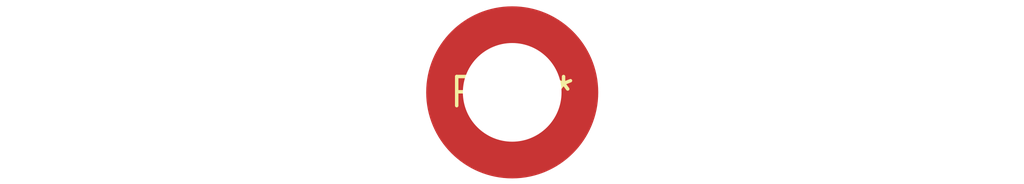
<source format=kicad_pcb>
(kicad_pcb (version 20240108) (generator pcbnew)
  (layers (0 "F.Cu" signal) (31 "B.Cu" signal) (34 "B.Paste" user) (35 "F.Paste" user) (36 "B.SilkS" user "B.Silkscreen") (37 "F.SilkS" user "F.Silkscreen") (38 "B.Mask" user) (39 "F.Mask" user) (44 "Edge.Cuts" user))
  (net 0 "")
  (footprint "MountingHole_4.3mm_M4_DIN965_Pad_TopOnly" (layer "F.Cu") (at 0 0)
    (property "Reference" "REF**")
    (property "Value" "MountingHole_4.3mm_M4_DIN965_Pad_TopOnly")
    (pad "1" thru_hole circle (at 0 0) (size 4.7 4.7) (drill 4.3) (layers *.Cu *.Mask) (remove_unused_layers))
    (pad "1" connect circle (at 0 0) (size 7.5 7.5) (layers "F.Cu" "F.Mask"))
  )
)
</source>
